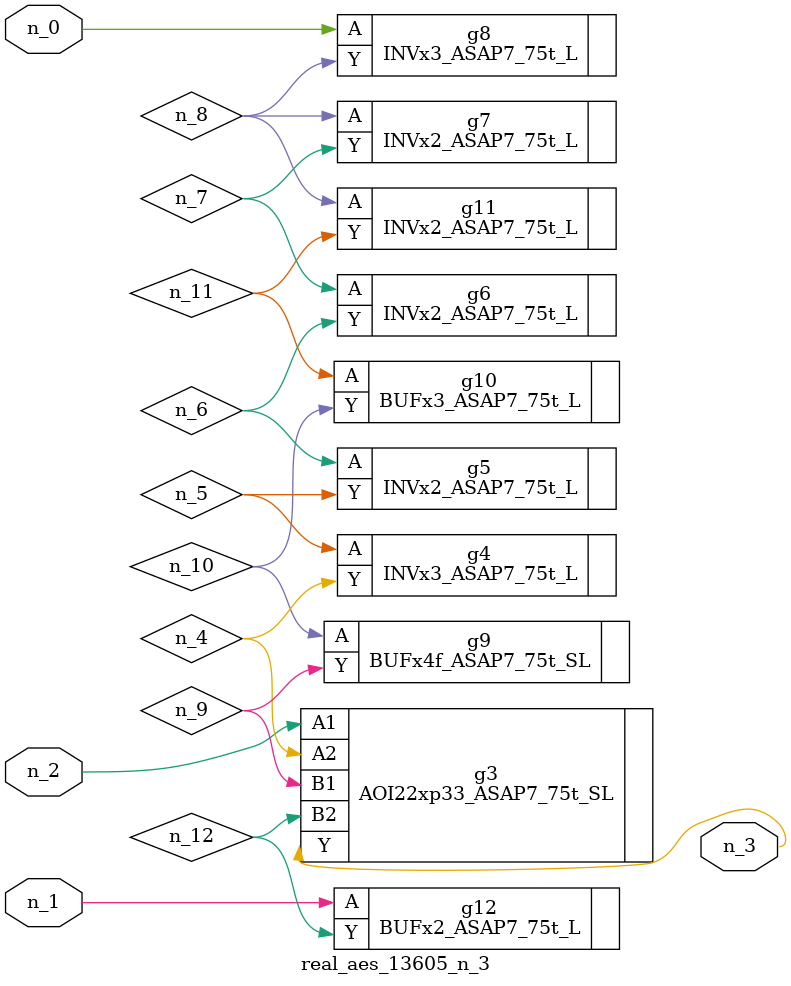
<source format=v>
module real_aes_13605_n_3 (n_0, n_2, n_1, n_3);
input n_0;
input n_2;
input n_1;
output n_3;
wire n_4;
wire n_5;
wire n_7;
wire n_9;
wire n_12;
wire n_6;
wire n_8;
wire n_10;
wire n_11;
INVx3_ASAP7_75t_L g8 ( .A(n_0), .Y(n_8) );
BUFx2_ASAP7_75t_L g12 ( .A(n_1), .Y(n_12) );
AOI22xp33_ASAP7_75t_SL g3 ( .A1(n_2), .A2(n_4), .B1(n_9), .B2(n_12), .Y(n_3) );
INVx3_ASAP7_75t_L g4 ( .A(n_5), .Y(n_4) );
INVx2_ASAP7_75t_L g5 ( .A(n_6), .Y(n_5) );
INVx2_ASAP7_75t_L g6 ( .A(n_7), .Y(n_6) );
INVx2_ASAP7_75t_L g7 ( .A(n_8), .Y(n_7) );
INVx2_ASAP7_75t_L g11 ( .A(n_8), .Y(n_11) );
BUFx4f_ASAP7_75t_SL g9 ( .A(n_10), .Y(n_9) );
BUFx3_ASAP7_75t_L g10 ( .A(n_11), .Y(n_10) );
endmodule
</source>
